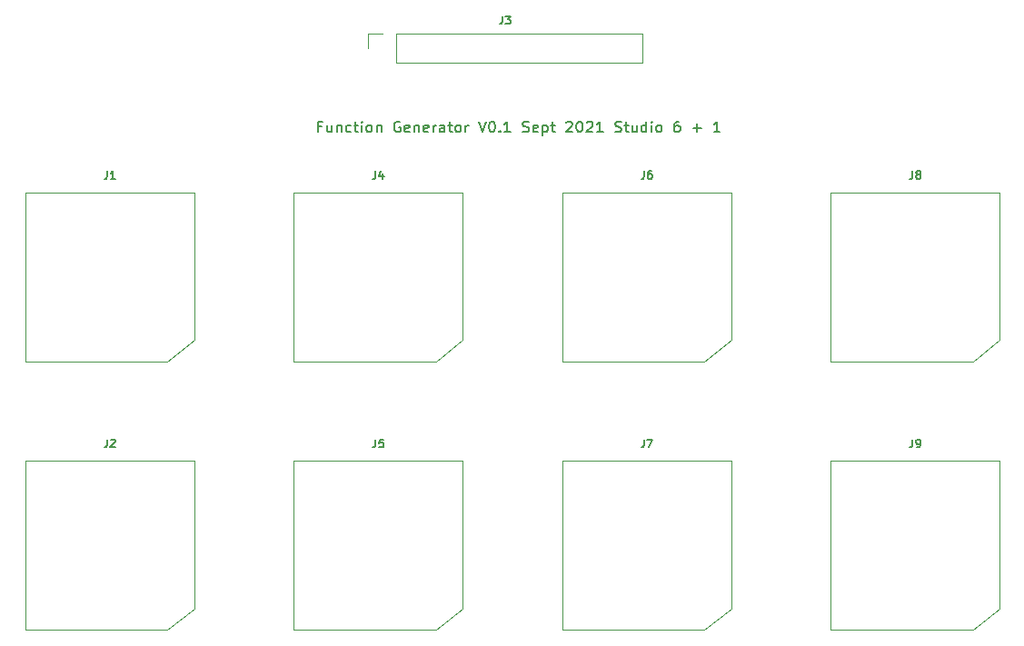
<source format=gbr>
%TF.GenerationSoftware,KiCad,Pcbnew,(5.1.9)-1*%
%TF.CreationDate,2021-09-12T18:45:55+01:00*%
%TF.ProjectId,Function Generator Jacks,46756e63-7469-46f6-9e20-47656e657261,rev?*%
%TF.SameCoordinates,Original*%
%TF.FileFunction,Legend,Top*%
%TF.FilePolarity,Positive*%
%FSLAX46Y46*%
G04 Gerber Fmt 4.6, Leading zero omitted, Abs format (unit mm)*
G04 Created by KiCad (PCBNEW (5.1.9)-1) date 2021-09-12 18:45:55*
%MOMM*%
%LPD*%
G01*
G04 APERTURE LIST*
%ADD10C,0.150000*%
%ADD11C,0.120000*%
G04 APERTURE END LIST*
D10*
X49310047Y-64317571D02*
X48976714Y-64317571D01*
X48976714Y-64841380D02*
X48976714Y-63841380D01*
X49452904Y-63841380D01*
X50262428Y-64174714D02*
X50262428Y-64841380D01*
X49833857Y-64174714D02*
X49833857Y-64698523D01*
X49881476Y-64793761D01*
X49976714Y-64841380D01*
X50119571Y-64841380D01*
X50214809Y-64793761D01*
X50262428Y-64746142D01*
X50738619Y-64174714D02*
X50738619Y-64841380D01*
X50738619Y-64269952D02*
X50786238Y-64222333D01*
X50881476Y-64174714D01*
X51024333Y-64174714D01*
X51119571Y-64222333D01*
X51167190Y-64317571D01*
X51167190Y-64841380D01*
X52071952Y-64793761D02*
X51976714Y-64841380D01*
X51786238Y-64841380D01*
X51691000Y-64793761D01*
X51643380Y-64746142D01*
X51595761Y-64650904D01*
X51595761Y-64365190D01*
X51643380Y-64269952D01*
X51691000Y-64222333D01*
X51786238Y-64174714D01*
X51976714Y-64174714D01*
X52071952Y-64222333D01*
X52357666Y-64174714D02*
X52738619Y-64174714D01*
X52500523Y-63841380D02*
X52500523Y-64698523D01*
X52548142Y-64793761D01*
X52643380Y-64841380D01*
X52738619Y-64841380D01*
X53071952Y-64841380D02*
X53071952Y-64174714D01*
X53071952Y-63841380D02*
X53024333Y-63889000D01*
X53071952Y-63936619D01*
X53119571Y-63889000D01*
X53071952Y-63841380D01*
X53071952Y-63936619D01*
X53691000Y-64841380D02*
X53595761Y-64793761D01*
X53548142Y-64746142D01*
X53500523Y-64650904D01*
X53500523Y-64365190D01*
X53548142Y-64269952D01*
X53595761Y-64222333D01*
X53691000Y-64174714D01*
X53833857Y-64174714D01*
X53929095Y-64222333D01*
X53976714Y-64269952D01*
X54024333Y-64365190D01*
X54024333Y-64650904D01*
X53976714Y-64746142D01*
X53929095Y-64793761D01*
X53833857Y-64841380D01*
X53691000Y-64841380D01*
X54452904Y-64174714D02*
X54452904Y-64841380D01*
X54452904Y-64269952D02*
X54500523Y-64222333D01*
X54595761Y-64174714D01*
X54738619Y-64174714D01*
X54833857Y-64222333D01*
X54881476Y-64317571D01*
X54881476Y-64841380D01*
X56643380Y-63889000D02*
X56548142Y-63841380D01*
X56405285Y-63841380D01*
X56262428Y-63889000D01*
X56167190Y-63984238D01*
X56119571Y-64079476D01*
X56071952Y-64269952D01*
X56071952Y-64412809D01*
X56119571Y-64603285D01*
X56167190Y-64698523D01*
X56262428Y-64793761D01*
X56405285Y-64841380D01*
X56500523Y-64841380D01*
X56643380Y-64793761D01*
X56691000Y-64746142D01*
X56691000Y-64412809D01*
X56500523Y-64412809D01*
X57500523Y-64793761D02*
X57405285Y-64841380D01*
X57214809Y-64841380D01*
X57119571Y-64793761D01*
X57071952Y-64698523D01*
X57071952Y-64317571D01*
X57119571Y-64222333D01*
X57214809Y-64174714D01*
X57405285Y-64174714D01*
X57500523Y-64222333D01*
X57548142Y-64317571D01*
X57548142Y-64412809D01*
X57071952Y-64508047D01*
X57976714Y-64174714D02*
X57976714Y-64841380D01*
X57976714Y-64269952D02*
X58024333Y-64222333D01*
X58119571Y-64174714D01*
X58262428Y-64174714D01*
X58357666Y-64222333D01*
X58405285Y-64317571D01*
X58405285Y-64841380D01*
X59262428Y-64793761D02*
X59167190Y-64841380D01*
X58976714Y-64841380D01*
X58881476Y-64793761D01*
X58833857Y-64698523D01*
X58833857Y-64317571D01*
X58881476Y-64222333D01*
X58976714Y-64174714D01*
X59167190Y-64174714D01*
X59262428Y-64222333D01*
X59310047Y-64317571D01*
X59310047Y-64412809D01*
X58833857Y-64508047D01*
X59738619Y-64841380D02*
X59738619Y-64174714D01*
X59738619Y-64365190D02*
X59786238Y-64269952D01*
X59833857Y-64222333D01*
X59929095Y-64174714D01*
X60024333Y-64174714D01*
X60786238Y-64841380D02*
X60786238Y-64317571D01*
X60738619Y-64222333D01*
X60643380Y-64174714D01*
X60452904Y-64174714D01*
X60357666Y-64222333D01*
X60786238Y-64793761D02*
X60691000Y-64841380D01*
X60452904Y-64841380D01*
X60357666Y-64793761D01*
X60310047Y-64698523D01*
X60310047Y-64603285D01*
X60357666Y-64508047D01*
X60452904Y-64460428D01*
X60691000Y-64460428D01*
X60786238Y-64412809D01*
X61119571Y-64174714D02*
X61500523Y-64174714D01*
X61262428Y-63841380D02*
X61262428Y-64698523D01*
X61310047Y-64793761D01*
X61405285Y-64841380D01*
X61500523Y-64841380D01*
X61976714Y-64841380D02*
X61881476Y-64793761D01*
X61833857Y-64746142D01*
X61786238Y-64650904D01*
X61786238Y-64365190D01*
X61833857Y-64269952D01*
X61881476Y-64222333D01*
X61976714Y-64174714D01*
X62119571Y-64174714D01*
X62214809Y-64222333D01*
X62262428Y-64269952D01*
X62310047Y-64365190D01*
X62310047Y-64650904D01*
X62262428Y-64746142D01*
X62214809Y-64793761D01*
X62119571Y-64841380D01*
X61976714Y-64841380D01*
X62738619Y-64841380D02*
X62738619Y-64174714D01*
X62738619Y-64365190D02*
X62786238Y-64269952D01*
X62833857Y-64222333D01*
X62929095Y-64174714D01*
X63024333Y-64174714D01*
X63976714Y-63841380D02*
X64310047Y-64841380D01*
X64643380Y-63841380D01*
X65167190Y-63841380D02*
X65262428Y-63841380D01*
X65357666Y-63889000D01*
X65405285Y-63936619D01*
X65452904Y-64031857D01*
X65500523Y-64222333D01*
X65500523Y-64460428D01*
X65452904Y-64650904D01*
X65405285Y-64746142D01*
X65357666Y-64793761D01*
X65262428Y-64841380D01*
X65167190Y-64841380D01*
X65071952Y-64793761D01*
X65024333Y-64746142D01*
X64976714Y-64650904D01*
X64929095Y-64460428D01*
X64929095Y-64222333D01*
X64976714Y-64031857D01*
X65024333Y-63936619D01*
X65071952Y-63889000D01*
X65167190Y-63841380D01*
X65929095Y-64746142D02*
X65976714Y-64793761D01*
X65929095Y-64841380D01*
X65881476Y-64793761D01*
X65929095Y-64746142D01*
X65929095Y-64841380D01*
X66929095Y-64841380D02*
X66357666Y-64841380D01*
X66643380Y-64841380D02*
X66643380Y-63841380D01*
X66548142Y-63984238D01*
X66452904Y-64079476D01*
X66357666Y-64127095D01*
X68071952Y-64793761D02*
X68214809Y-64841380D01*
X68452904Y-64841380D01*
X68548142Y-64793761D01*
X68595761Y-64746142D01*
X68643380Y-64650904D01*
X68643380Y-64555666D01*
X68595761Y-64460428D01*
X68548142Y-64412809D01*
X68452904Y-64365190D01*
X68262428Y-64317571D01*
X68167190Y-64269952D01*
X68119571Y-64222333D01*
X68071952Y-64127095D01*
X68071952Y-64031857D01*
X68119571Y-63936619D01*
X68167190Y-63889000D01*
X68262428Y-63841380D01*
X68500523Y-63841380D01*
X68643380Y-63889000D01*
X69452904Y-64793761D02*
X69357666Y-64841380D01*
X69167190Y-64841380D01*
X69071952Y-64793761D01*
X69024333Y-64698523D01*
X69024333Y-64317571D01*
X69071952Y-64222333D01*
X69167190Y-64174714D01*
X69357666Y-64174714D01*
X69452904Y-64222333D01*
X69500523Y-64317571D01*
X69500523Y-64412809D01*
X69024333Y-64508047D01*
X69929095Y-64174714D02*
X69929095Y-65174714D01*
X69929095Y-64222333D02*
X70024333Y-64174714D01*
X70214809Y-64174714D01*
X70310047Y-64222333D01*
X70357666Y-64269952D01*
X70405285Y-64365190D01*
X70405285Y-64650904D01*
X70357666Y-64746142D01*
X70310047Y-64793761D01*
X70214809Y-64841380D01*
X70024333Y-64841380D01*
X69929095Y-64793761D01*
X70691000Y-64174714D02*
X71071952Y-64174714D01*
X70833857Y-63841380D02*
X70833857Y-64698523D01*
X70881476Y-64793761D01*
X70976714Y-64841380D01*
X71071952Y-64841380D01*
X72119571Y-63936619D02*
X72167190Y-63889000D01*
X72262428Y-63841380D01*
X72500523Y-63841380D01*
X72595761Y-63889000D01*
X72643380Y-63936619D01*
X72691000Y-64031857D01*
X72691000Y-64127095D01*
X72643380Y-64269952D01*
X72071952Y-64841380D01*
X72691000Y-64841380D01*
X73310047Y-63841380D02*
X73405285Y-63841380D01*
X73500523Y-63889000D01*
X73548142Y-63936619D01*
X73595761Y-64031857D01*
X73643380Y-64222333D01*
X73643380Y-64460428D01*
X73595761Y-64650904D01*
X73548142Y-64746142D01*
X73500523Y-64793761D01*
X73405285Y-64841380D01*
X73310047Y-64841380D01*
X73214809Y-64793761D01*
X73167190Y-64746142D01*
X73119571Y-64650904D01*
X73071952Y-64460428D01*
X73071952Y-64222333D01*
X73119571Y-64031857D01*
X73167190Y-63936619D01*
X73214809Y-63889000D01*
X73310047Y-63841380D01*
X74024333Y-63936619D02*
X74071952Y-63889000D01*
X74167190Y-63841380D01*
X74405285Y-63841380D01*
X74500523Y-63889000D01*
X74548142Y-63936619D01*
X74595761Y-64031857D01*
X74595761Y-64127095D01*
X74548142Y-64269952D01*
X73976714Y-64841380D01*
X74595761Y-64841380D01*
X75548142Y-64841380D02*
X74976714Y-64841380D01*
X75262428Y-64841380D02*
X75262428Y-63841380D01*
X75167190Y-63984238D01*
X75071952Y-64079476D01*
X74976714Y-64127095D01*
X76691000Y-64793761D02*
X76833857Y-64841380D01*
X77071952Y-64841380D01*
X77167190Y-64793761D01*
X77214809Y-64746142D01*
X77262428Y-64650904D01*
X77262428Y-64555666D01*
X77214809Y-64460428D01*
X77167190Y-64412809D01*
X77071952Y-64365190D01*
X76881476Y-64317571D01*
X76786238Y-64269952D01*
X76738619Y-64222333D01*
X76691000Y-64127095D01*
X76691000Y-64031857D01*
X76738619Y-63936619D01*
X76786238Y-63889000D01*
X76881476Y-63841380D01*
X77119571Y-63841380D01*
X77262428Y-63889000D01*
X77548142Y-64174714D02*
X77929095Y-64174714D01*
X77691000Y-63841380D02*
X77691000Y-64698523D01*
X77738619Y-64793761D01*
X77833857Y-64841380D01*
X77929095Y-64841380D01*
X78691000Y-64174714D02*
X78691000Y-64841380D01*
X78262428Y-64174714D02*
X78262428Y-64698523D01*
X78310047Y-64793761D01*
X78405285Y-64841380D01*
X78548142Y-64841380D01*
X78643380Y-64793761D01*
X78691000Y-64746142D01*
X79595761Y-64841380D02*
X79595761Y-63841380D01*
X79595761Y-64793761D02*
X79500523Y-64841380D01*
X79310047Y-64841380D01*
X79214809Y-64793761D01*
X79167190Y-64746142D01*
X79119571Y-64650904D01*
X79119571Y-64365190D01*
X79167190Y-64269952D01*
X79214809Y-64222333D01*
X79310047Y-64174714D01*
X79500523Y-64174714D01*
X79595761Y-64222333D01*
X80071952Y-64841380D02*
X80071952Y-64174714D01*
X80071952Y-63841380D02*
X80024333Y-63889000D01*
X80071952Y-63936619D01*
X80119571Y-63889000D01*
X80071952Y-63841380D01*
X80071952Y-63936619D01*
X80691000Y-64841380D02*
X80595761Y-64793761D01*
X80548142Y-64746142D01*
X80500523Y-64650904D01*
X80500523Y-64365190D01*
X80548142Y-64269952D01*
X80595761Y-64222333D01*
X80691000Y-64174714D01*
X80833857Y-64174714D01*
X80929095Y-64222333D01*
X80976714Y-64269952D01*
X81024333Y-64365190D01*
X81024333Y-64650904D01*
X80976714Y-64746142D01*
X80929095Y-64793761D01*
X80833857Y-64841380D01*
X80691000Y-64841380D01*
X82643380Y-63841380D02*
X82452904Y-63841380D01*
X82357666Y-63889000D01*
X82310047Y-63936619D01*
X82214809Y-64079476D01*
X82167190Y-64269952D01*
X82167190Y-64650904D01*
X82214809Y-64746142D01*
X82262428Y-64793761D01*
X82357666Y-64841380D01*
X82548142Y-64841380D01*
X82643380Y-64793761D01*
X82691000Y-64746142D01*
X82738619Y-64650904D01*
X82738619Y-64412809D01*
X82691000Y-64317571D01*
X82643380Y-64269952D01*
X82548142Y-64222333D01*
X82357666Y-64222333D01*
X82262428Y-64269952D01*
X82214809Y-64317571D01*
X82167190Y-64412809D01*
X83929095Y-64460428D02*
X84691000Y-64460428D01*
X84310047Y-64841380D02*
X84310047Y-64079476D01*
X86452904Y-64841380D02*
X85881476Y-64841380D01*
X86167190Y-64841380D02*
X86167190Y-63841380D01*
X86071952Y-63984238D01*
X85976714Y-64079476D01*
X85881476Y-64127095D01*
D11*
%TO.C,J1*%
X34941000Y-86209000D02*
X21691000Y-86209000D01*
X37441000Y-70459000D02*
X37441000Y-84159000D01*
X37441000Y-84159000D02*
X37441000Y-84209000D01*
X21691000Y-70459000D02*
X37441000Y-70459000D01*
X21691000Y-86209000D02*
X21691000Y-70459000D01*
X37441000Y-84209000D02*
X34941000Y-86209000D01*
%TO.C,J2*%
X37441000Y-109228000D02*
X34941000Y-111228000D01*
X21691000Y-111228000D02*
X21691000Y-95478000D01*
X21691000Y-95478000D02*
X37441000Y-95478000D01*
X37441000Y-109178000D02*
X37441000Y-109228000D01*
X37441000Y-95478000D02*
X37441000Y-109178000D01*
X34941000Y-111228000D02*
X21691000Y-111228000D01*
%TO.C,J4*%
X59960000Y-86209000D02*
X46710000Y-86209000D01*
X62460000Y-70459000D02*
X62460000Y-84159000D01*
X62460000Y-84159000D02*
X62460000Y-84209000D01*
X46710000Y-70459000D02*
X62460000Y-70459000D01*
X46710000Y-86209000D02*
X46710000Y-70459000D01*
X62460000Y-84209000D02*
X59960000Y-86209000D01*
%TO.C,J5*%
X62460000Y-109228000D02*
X59960000Y-111228000D01*
X46710000Y-111228000D02*
X46710000Y-95478000D01*
X46710000Y-95478000D02*
X62460000Y-95478000D01*
X62460000Y-109178000D02*
X62460000Y-109228000D01*
X62460000Y-95478000D02*
X62460000Y-109178000D01*
X59960000Y-111228000D02*
X46710000Y-111228000D01*
%TO.C,J6*%
X84979000Y-86209000D02*
X71729000Y-86209000D01*
X87479000Y-70459000D02*
X87479000Y-84159000D01*
X87479000Y-84159000D02*
X87479000Y-84209000D01*
X71729000Y-70459000D02*
X87479000Y-70459000D01*
X71729000Y-86209000D02*
X71729000Y-70459000D01*
X87479000Y-84209000D02*
X84979000Y-86209000D01*
%TO.C,J7*%
X87479000Y-109228000D02*
X84979000Y-111228000D01*
X71729000Y-111228000D02*
X71729000Y-95478000D01*
X71729000Y-95478000D02*
X87479000Y-95478000D01*
X87479000Y-109178000D02*
X87479000Y-109228000D01*
X87479000Y-95478000D02*
X87479000Y-109178000D01*
X84979000Y-111228000D02*
X71729000Y-111228000D01*
%TO.C,J8*%
X109998000Y-86209000D02*
X96748000Y-86209000D01*
X112498000Y-70459000D02*
X112498000Y-84159000D01*
X112498000Y-84159000D02*
X112498000Y-84209000D01*
X96748000Y-70459000D02*
X112498000Y-70459000D01*
X96748000Y-86209000D02*
X96748000Y-70459000D01*
X112498000Y-84209000D02*
X109998000Y-86209000D01*
%TO.C,J9*%
X112498000Y-109228000D02*
X109998000Y-111228000D01*
X96748000Y-111228000D02*
X96748000Y-95478000D01*
X96748000Y-95478000D02*
X112498000Y-95478000D01*
X112498000Y-109178000D02*
X112498000Y-109228000D01*
X112498000Y-95478000D02*
X112498000Y-109178000D01*
X109998000Y-111228000D02*
X96748000Y-111228000D01*
%TO.C,J3*%
X53666000Y-57023000D02*
X53666000Y-55693000D01*
X53666000Y-55693000D02*
X54996000Y-55693000D01*
X56266000Y-55693000D02*
X79186000Y-55693000D01*
X79186000Y-58353000D02*
X79186000Y-55693000D01*
X56266000Y-58353000D02*
X79186000Y-58353000D01*
X56266000Y-58353000D02*
X56266000Y-55693000D01*
%TO.C,J1*%
D10*
X29341000Y-68448285D02*
X29341000Y-68984000D01*
X29305285Y-69091142D01*
X29233857Y-69162571D01*
X29126714Y-69198285D01*
X29055285Y-69198285D01*
X30091000Y-69198285D02*
X29662428Y-69198285D01*
X29876714Y-69198285D02*
X29876714Y-68448285D01*
X29805285Y-68555428D01*
X29733857Y-68626857D01*
X29662428Y-68662571D01*
%TO.C,J2*%
X29341000Y-93467285D02*
X29341000Y-94003000D01*
X29305285Y-94110142D01*
X29233857Y-94181571D01*
X29126714Y-94217285D01*
X29055285Y-94217285D01*
X29662428Y-93538714D02*
X29698142Y-93503000D01*
X29769571Y-93467285D01*
X29948142Y-93467285D01*
X30019571Y-93503000D01*
X30055285Y-93538714D01*
X30091000Y-93610142D01*
X30091000Y-93681571D01*
X30055285Y-93788714D01*
X29626714Y-94217285D01*
X30091000Y-94217285D01*
%TO.C,J4*%
X54360000Y-68448285D02*
X54360000Y-68984000D01*
X54324285Y-69091142D01*
X54252857Y-69162571D01*
X54145714Y-69198285D01*
X54074285Y-69198285D01*
X55038571Y-68698285D02*
X55038571Y-69198285D01*
X54860000Y-68412571D02*
X54681428Y-68948285D01*
X55145714Y-68948285D01*
%TO.C,J5*%
X54360000Y-93467285D02*
X54360000Y-94003000D01*
X54324285Y-94110142D01*
X54252857Y-94181571D01*
X54145714Y-94217285D01*
X54074285Y-94217285D01*
X55074285Y-93467285D02*
X54717142Y-93467285D01*
X54681428Y-93824428D01*
X54717142Y-93788714D01*
X54788571Y-93753000D01*
X54967142Y-93753000D01*
X55038571Y-93788714D01*
X55074285Y-93824428D01*
X55110000Y-93895857D01*
X55110000Y-94074428D01*
X55074285Y-94145857D01*
X55038571Y-94181571D01*
X54967142Y-94217285D01*
X54788571Y-94217285D01*
X54717142Y-94181571D01*
X54681428Y-94145857D01*
%TO.C,J6*%
X79379000Y-68448285D02*
X79379000Y-68984000D01*
X79343285Y-69091142D01*
X79271857Y-69162571D01*
X79164714Y-69198285D01*
X79093285Y-69198285D01*
X80057571Y-68448285D02*
X79914714Y-68448285D01*
X79843285Y-68484000D01*
X79807571Y-68519714D01*
X79736142Y-68626857D01*
X79700428Y-68769714D01*
X79700428Y-69055428D01*
X79736142Y-69126857D01*
X79771857Y-69162571D01*
X79843285Y-69198285D01*
X79986142Y-69198285D01*
X80057571Y-69162571D01*
X80093285Y-69126857D01*
X80129000Y-69055428D01*
X80129000Y-68876857D01*
X80093285Y-68805428D01*
X80057571Y-68769714D01*
X79986142Y-68734000D01*
X79843285Y-68734000D01*
X79771857Y-68769714D01*
X79736142Y-68805428D01*
X79700428Y-68876857D01*
%TO.C,J7*%
X79379000Y-93467285D02*
X79379000Y-94003000D01*
X79343285Y-94110142D01*
X79271857Y-94181571D01*
X79164714Y-94217285D01*
X79093285Y-94217285D01*
X79664714Y-93467285D02*
X80164714Y-93467285D01*
X79843285Y-94217285D01*
%TO.C,J8*%
X104398000Y-68448285D02*
X104398000Y-68984000D01*
X104362285Y-69091142D01*
X104290857Y-69162571D01*
X104183714Y-69198285D01*
X104112285Y-69198285D01*
X104862285Y-68769714D02*
X104790857Y-68734000D01*
X104755142Y-68698285D01*
X104719428Y-68626857D01*
X104719428Y-68591142D01*
X104755142Y-68519714D01*
X104790857Y-68484000D01*
X104862285Y-68448285D01*
X105005142Y-68448285D01*
X105076571Y-68484000D01*
X105112285Y-68519714D01*
X105148000Y-68591142D01*
X105148000Y-68626857D01*
X105112285Y-68698285D01*
X105076571Y-68734000D01*
X105005142Y-68769714D01*
X104862285Y-68769714D01*
X104790857Y-68805428D01*
X104755142Y-68841142D01*
X104719428Y-68912571D01*
X104719428Y-69055428D01*
X104755142Y-69126857D01*
X104790857Y-69162571D01*
X104862285Y-69198285D01*
X105005142Y-69198285D01*
X105076571Y-69162571D01*
X105112285Y-69126857D01*
X105148000Y-69055428D01*
X105148000Y-68912571D01*
X105112285Y-68841142D01*
X105076571Y-68805428D01*
X105005142Y-68769714D01*
%TO.C,J9*%
X104398000Y-93467285D02*
X104398000Y-94003000D01*
X104362285Y-94110142D01*
X104290857Y-94181571D01*
X104183714Y-94217285D01*
X104112285Y-94217285D01*
X104790857Y-94217285D02*
X104933714Y-94217285D01*
X105005142Y-94181571D01*
X105040857Y-94145857D01*
X105112285Y-94038714D01*
X105148000Y-93895857D01*
X105148000Y-93610142D01*
X105112285Y-93538714D01*
X105076571Y-93503000D01*
X105005142Y-93467285D01*
X104862285Y-93467285D01*
X104790857Y-93503000D01*
X104755142Y-93538714D01*
X104719428Y-93610142D01*
X104719428Y-93788714D01*
X104755142Y-93860142D01*
X104790857Y-93895857D01*
X104862285Y-93931571D01*
X105005142Y-93931571D01*
X105076571Y-93895857D01*
X105112285Y-93860142D01*
X105148000Y-93788714D01*
%TO.C,J3*%
X66171000Y-54012285D02*
X66171000Y-54548000D01*
X66135285Y-54655142D01*
X66063857Y-54726571D01*
X65956714Y-54762285D01*
X65885285Y-54762285D01*
X66456714Y-54012285D02*
X66921000Y-54012285D01*
X66671000Y-54298000D01*
X66778142Y-54298000D01*
X66849571Y-54333714D01*
X66885285Y-54369428D01*
X66921000Y-54440857D01*
X66921000Y-54619428D01*
X66885285Y-54690857D01*
X66849571Y-54726571D01*
X66778142Y-54762285D01*
X66563857Y-54762285D01*
X66492428Y-54726571D01*
X66456714Y-54690857D01*
%TD*%
M02*

</source>
